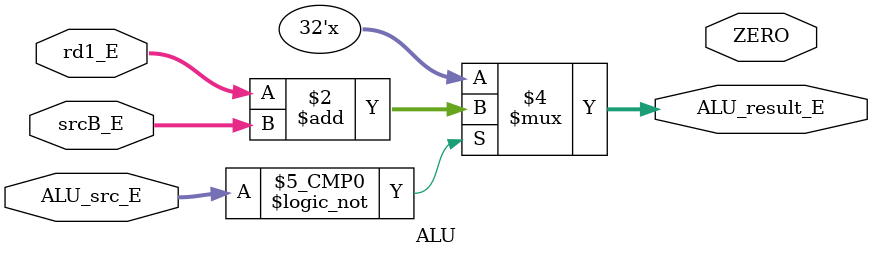
<source format=v>
module ALU(
	input		[3:0]	ALU_src_E,
	input		[31:0]	rd1_E,
	input		[31:0]	srcB_E,
	output			ZERO,
	output	reg	[31:0]	ALU_result_E
);

always @(*) begin
	case(ALU_src_E)
		4'b0000: ALU_result_E = rd1_E + srcB_E;
		default: ALU_result_E = 32'dx;
	endcase
end

endmodule
</source>
